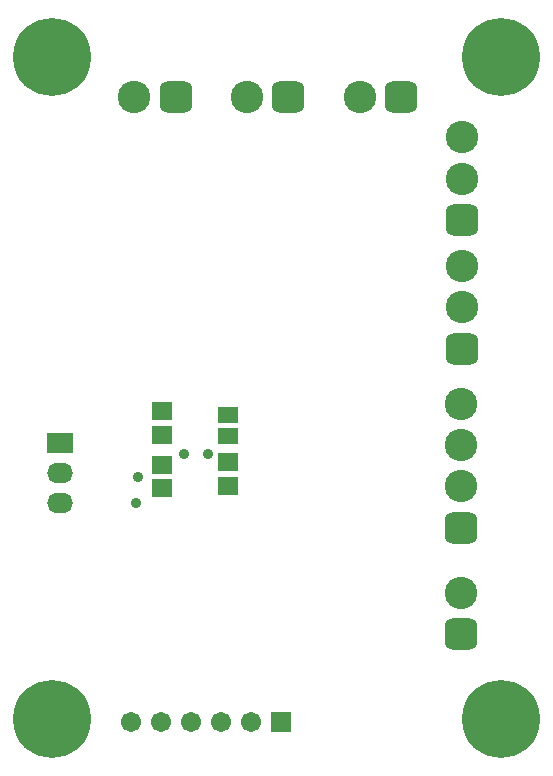
<source format=gbs>
%FSLAX24Y24*%
%MOIN*%
G70*
G01*
G75*
G04 Layer_Color=16711935*
%ADD10R,0.0433X0.0433*%
G04:AMPARAMS|DCode=11|XSize=23.6mil|YSize=39.4mil|CornerRadius=3mil|HoleSize=0mil|Usage=FLASHONLY|Rotation=180.000|XOffset=0mil|YOffset=0mil|HoleType=Round|Shape=RoundedRectangle|*
%AMROUNDEDRECTD11*
21,1,0.0236,0.0335,0,0,180.0*
21,1,0.0177,0.0394,0,0,180.0*
1,1,0.0059,-0.0089,0.0167*
1,1,0.0059,0.0089,0.0167*
1,1,0.0059,0.0089,-0.0167*
1,1,0.0059,-0.0089,-0.0167*
%
%ADD11ROUNDEDRECTD11*%
%ADD12R,0.0433X0.0433*%
%ADD13R,0.0295X0.0236*%
%ADD14O,0.0827X0.0138*%
G04:AMPARAMS|DCode=15|XSize=90.6mil|YSize=70.9mil|CornerRadius=8.9mil|HoleSize=0mil|Usage=FLASHONLY|Rotation=90.000|XOffset=0mil|YOffset=0mil|HoleType=Round|Shape=RoundedRectangle|*
%AMROUNDEDRECTD15*
21,1,0.0906,0.0532,0,0,90.0*
21,1,0.0728,0.0709,0,0,90.0*
1,1,0.0177,0.0266,0.0364*
1,1,0.0177,0.0266,-0.0364*
1,1,0.0177,-0.0266,-0.0364*
1,1,0.0177,-0.0266,0.0364*
%
%ADD15ROUNDEDRECTD15*%
G04:AMPARAMS|DCode=16|XSize=90.6mil|YSize=70.9mil|CornerRadius=8.9mil|HoleSize=0mil|Usage=FLASHONLY|Rotation=180.000|XOffset=0mil|YOffset=0mil|HoleType=Round|Shape=RoundedRectangle|*
%AMROUNDEDRECTD16*
21,1,0.0906,0.0532,0,0,180.0*
21,1,0.0728,0.0709,0,0,180.0*
1,1,0.0177,-0.0364,0.0266*
1,1,0.0177,0.0364,0.0266*
1,1,0.0177,0.0364,-0.0266*
1,1,0.0177,-0.0364,-0.0266*
%
%ADD16ROUNDEDRECTD16*%
G04:AMPARAMS|DCode=17|XSize=137.8mil|YSize=68.9mil|CornerRadius=8.6mil|HoleSize=0mil|Usage=FLASHONLY|Rotation=180.000|XOffset=0mil|YOffset=0mil|HoleType=Round|Shape=RoundedRectangle|*
%AMROUNDEDRECTD17*
21,1,0.1378,0.0517,0,0,180.0*
21,1,0.1206,0.0689,0,0,180.0*
1,1,0.0172,-0.0603,0.0258*
1,1,0.0172,0.0603,0.0258*
1,1,0.0172,0.0603,-0.0258*
1,1,0.0172,-0.0603,-0.0258*
%
%ADD17ROUNDEDRECTD17*%
G04:AMPARAMS|DCode=18|XSize=43.3mil|YSize=68.9mil|CornerRadius=5.4mil|HoleSize=0mil|Usage=FLASHONLY|Rotation=180.000|XOffset=0mil|YOffset=0mil|HoleType=Round|Shape=RoundedRectangle|*
%AMROUNDEDRECTD18*
21,1,0.0433,0.0581,0,0,180.0*
21,1,0.0325,0.0689,0,0,180.0*
1,1,0.0108,-0.0162,0.0290*
1,1,0.0108,0.0162,0.0290*
1,1,0.0108,0.0162,-0.0290*
1,1,0.0108,-0.0162,-0.0290*
%
%ADD18ROUNDEDRECTD18*%
G04:AMPARAMS|DCode=19|XSize=43.3mil|YSize=68.9mil|CornerRadius=5.4mil|HoleSize=0mil|Usage=FLASHONLY|Rotation=180.000|XOffset=0mil|YOffset=0mil|HoleType=Round|Shape=RoundedRectangle|*
%AMROUNDEDRECTD19*
21,1,0.0433,0.0581,0,0,180.0*
21,1,0.0325,0.0689,0,0,180.0*
1,1,0.0108,-0.0162,0.0290*
1,1,0.0108,0.0162,0.0290*
1,1,0.0108,0.0162,-0.0290*
1,1,0.0108,-0.0162,-0.0290*
%
%ADD19ROUNDEDRECTD19*%
%ADD20C,0.0079*%
%ADD21C,0.0433*%
%ADD22C,0.0138*%
%ADD23C,0.1000*%
G04:AMPARAMS|DCode=24|XSize=100mil|YSize=100mil|CornerRadius=25mil|HoleSize=0mil|Usage=FLASHONLY|Rotation=90.000|XOffset=0mil|YOffset=0mil|HoleType=Round|Shape=RoundedRectangle|*
%AMROUNDEDRECTD24*
21,1,0.1000,0.0500,0,0,90.0*
21,1,0.0500,0.1000,0,0,90.0*
1,1,0.0500,0.0250,0.0250*
1,1,0.0500,0.0250,-0.0250*
1,1,0.0500,-0.0250,-0.0250*
1,1,0.0500,-0.0250,0.0250*
%
%ADD24ROUNDEDRECTD24*%
%ADD25C,0.2520*%
%ADD26R,0.0787X0.0591*%
%ADD27O,0.0787X0.0591*%
%ADD28R,0.0591X0.0591*%
%ADD29C,0.0591*%
G04:AMPARAMS|DCode=30|XSize=100mil|YSize=100mil|CornerRadius=25mil|HoleSize=0mil|Usage=FLASHONLY|Rotation=0.000|XOffset=0mil|YOffset=0mil|HoleType=Round|Shape=RoundedRectangle|*
%AMROUNDEDRECTD30*
21,1,0.1000,0.0500,0,0,0.0*
21,1,0.0500,0.1000,0,0,0.0*
1,1,0.0500,0.0250,-0.0250*
1,1,0.0500,-0.0250,-0.0250*
1,1,0.0500,-0.0250,0.0250*
1,1,0.0500,0.0250,0.0250*
%
%ADD30ROUNDEDRECTD30*%
%ADD31C,0.0276*%
%ADD32R,0.0571X0.0453*%
%ADD33R,0.0610X0.0532*%
%ADD34C,0.0098*%
%ADD35C,0.0236*%
%ADD36C,0.0050*%
%ADD37C,0.0059*%
%ADD38C,0.0100*%
%ADD39C,0.0197*%
%ADD40R,0.0513X0.0513*%
G04:AMPARAMS|DCode=41|XSize=31.6mil|YSize=47.4mil|CornerRadius=7mil|HoleSize=0mil|Usage=FLASHONLY|Rotation=180.000|XOffset=0mil|YOffset=0mil|HoleType=Round|Shape=RoundedRectangle|*
%AMROUNDEDRECTD41*
21,1,0.0316,0.0335,0,0,180.0*
21,1,0.0177,0.0474,0,0,180.0*
1,1,0.0139,-0.0089,0.0167*
1,1,0.0139,0.0089,0.0167*
1,1,0.0139,0.0089,-0.0167*
1,1,0.0139,-0.0089,-0.0167*
%
%ADD41ROUNDEDRECTD41*%
%ADD42R,0.0513X0.0513*%
%ADD43R,0.0375X0.0316*%
%ADD44O,0.0907X0.0218*%
G04:AMPARAMS|DCode=45|XSize=98.6mil|YSize=78.9mil|CornerRadius=12.9mil|HoleSize=0mil|Usage=FLASHONLY|Rotation=90.000|XOffset=0mil|YOffset=0mil|HoleType=Round|Shape=RoundedRectangle|*
%AMROUNDEDRECTD45*
21,1,0.0986,0.0532,0,0,90.0*
21,1,0.0728,0.0789,0,0,90.0*
1,1,0.0257,0.0266,0.0364*
1,1,0.0257,0.0266,-0.0364*
1,1,0.0257,-0.0266,-0.0364*
1,1,0.0257,-0.0266,0.0364*
%
%ADD45ROUNDEDRECTD45*%
G04:AMPARAMS|DCode=46|XSize=98.6mil|YSize=78.9mil|CornerRadius=12.9mil|HoleSize=0mil|Usage=FLASHONLY|Rotation=180.000|XOffset=0mil|YOffset=0mil|HoleType=Round|Shape=RoundedRectangle|*
%AMROUNDEDRECTD46*
21,1,0.0986,0.0532,0,0,180.0*
21,1,0.0728,0.0789,0,0,180.0*
1,1,0.0257,-0.0364,0.0266*
1,1,0.0257,0.0364,0.0266*
1,1,0.0257,0.0364,-0.0266*
1,1,0.0257,-0.0364,-0.0266*
%
%ADD46ROUNDEDRECTD46*%
G04:AMPARAMS|DCode=47|XSize=145.8mil|YSize=76.9mil|CornerRadius=12.6mil|HoleSize=0mil|Usage=FLASHONLY|Rotation=180.000|XOffset=0mil|YOffset=0mil|HoleType=Round|Shape=RoundedRectangle|*
%AMROUNDEDRECTD47*
21,1,0.1458,0.0517,0,0,180.0*
21,1,0.1206,0.0769,0,0,180.0*
1,1,0.0252,-0.0603,0.0258*
1,1,0.0252,0.0603,0.0258*
1,1,0.0252,0.0603,-0.0258*
1,1,0.0252,-0.0603,-0.0258*
%
%ADD47ROUNDEDRECTD47*%
G04:AMPARAMS|DCode=48|XSize=51.3mil|YSize=76.9mil|CornerRadius=9.4mil|HoleSize=0mil|Usage=FLASHONLY|Rotation=180.000|XOffset=0mil|YOffset=0mil|HoleType=Round|Shape=RoundedRectangle|*
%AMROUNDEDRECTD48*
21,1,0.0513,0.0581,0,0,180.0*
21,1,0.0325,0.0769,0,0,180.0*
1,1,0.0188,-0.0162,0.0290*
1,1,0.0188,0.0162,0.0290*
1,1,0.0188,0.0162,-0.0290*
1,1,0.0188,-0.0162,-0.0290*
%
%ADD48ROUNDEDRECTD48*%
G04:AMPARAMS|DCode=49|XSize=51.3mil|YSize=76.9mil|CornerRadius=9.4mil|HoleSize=0mil|Usage=FLASHONLY|Rotation=180.000|XOffset=0mil|YOffset=0mil|HoleType=Round|Shape=RoundedRectangle|*
%AMROUNDEDRECTD49*
21,1,0.0513,0.0581,0,0,180.0*
21,1,0.0325,0.0769,0,0,180.0*
1,1,0.0188,-0.0162,0.0290*
1,1,0.0188,0.0162,0.0290*
1,1,0.0188,0.0162,-0.0290*
1,1,0.0188,-0.0162,-0.0290*
%
%ADD49ROUNDEDRECTD49*%
%ADD50C,0.1080*%
G04:AMPARAMS|DCode=51|XSize=108mil|YSize=108mil|CornerRadius=29mil|HoleSize=0mil|Usage=FLASHONLY|Rotation=90.000|XOffset=0mil|YOffset=0mil|HoleType=Round|Shape=RoundedRectangle|*
%AMROUNDEDRECTD51*
21,1,0.1080,0.0500,0,0,90.0*
21,1,0.0500,0.1080,0,0,90.0*
1,1,0.0580,0.0250,0.0250*
1,1,0.0580,0.0250,-0.0250*
1,1,0.0580,-0.0250,-0.0250*
1,1,0.0580,-0.0250,0.0250*
%
%ADD51ROUNDEDRECTD51*%
%ADD52C,0.2600*%
%ADD53R,0.0867X0.0671*%
%ADD54O,0.0867X0.0671*%
%ADD55R,0.0671X0.0671*%
%ADD56C,0.0671*%
G04:AMPARAMS|DCode=57|XSize=108mil|YSize=108mil|CornerRadius=29mil|HoleSize=0mil|Usage=FLASHONLY|Rotation=0.000|XOffset=0mil|YOffset=0mil|HoleType=Round|Shape=RoundedRectangle|*
%AMROUNDEDRECTD57*
21,1,0.1080,0.0500,0,0,0.0*
21,1,0.0500,0.1080,0,0,0.0*
1,1,0.0580,0.0250,-0.0250*
1,1,0.0580,-0.0250,-0.0250*
1,1,0.0580,-0.0250,0.0250*
1,1,0.0580,0.0250,0.0250*
%
%ADD57ROUNDEDRECTD57*%
%ADD58C,0.0356*%
%ADD59R,0.0651X0.0533*%
%ADD60R,0.0690X0.0612*%
D50*
X4311Y22283D02*
D03*
X8071D02*
D03*
X11831D02*
D03*
X15197Y12067D02*
D03*
Y10689D02*
D03*
Y9311D02*
D03*
X15236Y19567D02*
D03*
Y20945D02*
D03*
Y15276D02*
D03*
Y16654D02*
D03*
X15197Y5768D02*
D03*
D51*
X5689Y22283D02*
D03*
X9449D02*
D03*
X13209D02*
D03*
D52*
X1575Y1575D02*
D03*
Y23622D02*
D03*
X16535Y1575D02*
D03*
Y23622D02*
D03*
D53*
X1850Y10748D02*
D03*
D54*
Y9748D02*
D03*
Y8748D02*
D03*
D55*
X9213Y1457D02*
D03*
D56*
X8213D02*
D03*
X7213D02*
D03*
X6213D02*
D03*
X5213D02*
D03*
X4213D02*
D03*
D57*
X15197Y7933D02*
D03*
X15236Y18189D02*
D03*
Y13898D02*
D03*
X15197Y4390D02*
D03*
D58*
X6772Y10394D02*
D03*
X5984D02*
D03*
X4444Y9616D02*
D03*
X4380Y8748D02*
D03*
D59*
X7441Y11693D02*
D03*
Y10984D02*
D03*
D60*
Y9331D02*
D03*
Y10118D02*
D03*
X5236Y11811D02*
D03*
Y11024D02*
D03*
Y9252D02*
D03*
Y10039D02*
D03*
M02*

</source>
